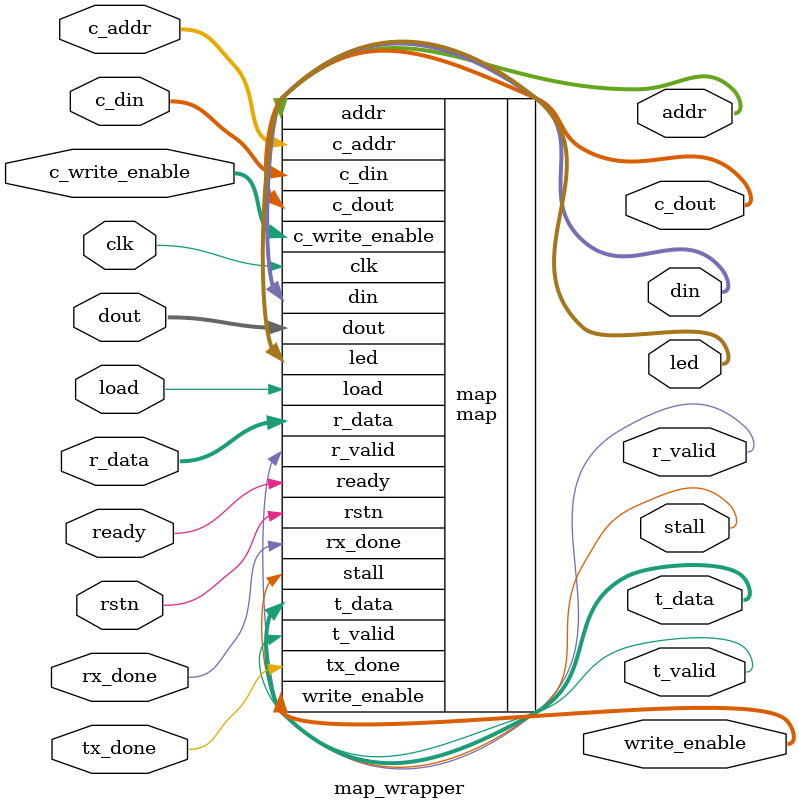
<source format=v>
`timescale 1ns / 1ps


// memory proxy. maps connections by receiveved addr.
module map_wrapper(
    // to ports 
    input wire clk, 
    input wire rstn,
    output wire [7:0] led,
    
    output wire [31:0] din,
    output wire [31:0] addr,
    output wire [3:0] write_enable,
    input  wire [31:0] dout,

    // to uart  
    input  wire ready,
    input  wire [7:0]r_data,
    output wire [7:0]t_data,
    output wire t_valid,
    output wire r_valid,
    input tx_done,
    input rx_done,
 
    // from/to core
    input wire [31:0] c_din,
    input wire [31:0] c_addr,
    input wire [3:0] c_write_enable,
    output wire [31:0] c_dout,
    output wire stall,
    input wire load

    );
    map map(
        .clk(clk),
        .rstn(rstn),
        .led(led), 
        .din(din), 
        .addr(addr), 
        .write_enable(write_enable),
        .dout(dout),
        .c_din(c_din),
        .c_write_enable(c_write_enable),
        .c_dout(c_dout),
        .c_addr(c_addr),
        .stall(stall),
        .ready(ready),
        .r_data(r_data),
        .t_data(t_data),
        .t_valid(t_valid),
        .r_valid(r_valid),
        .tx_done(tx_done),
        .rx_done(rx_done),
        .load(load)
    );
endmodule
</source>
